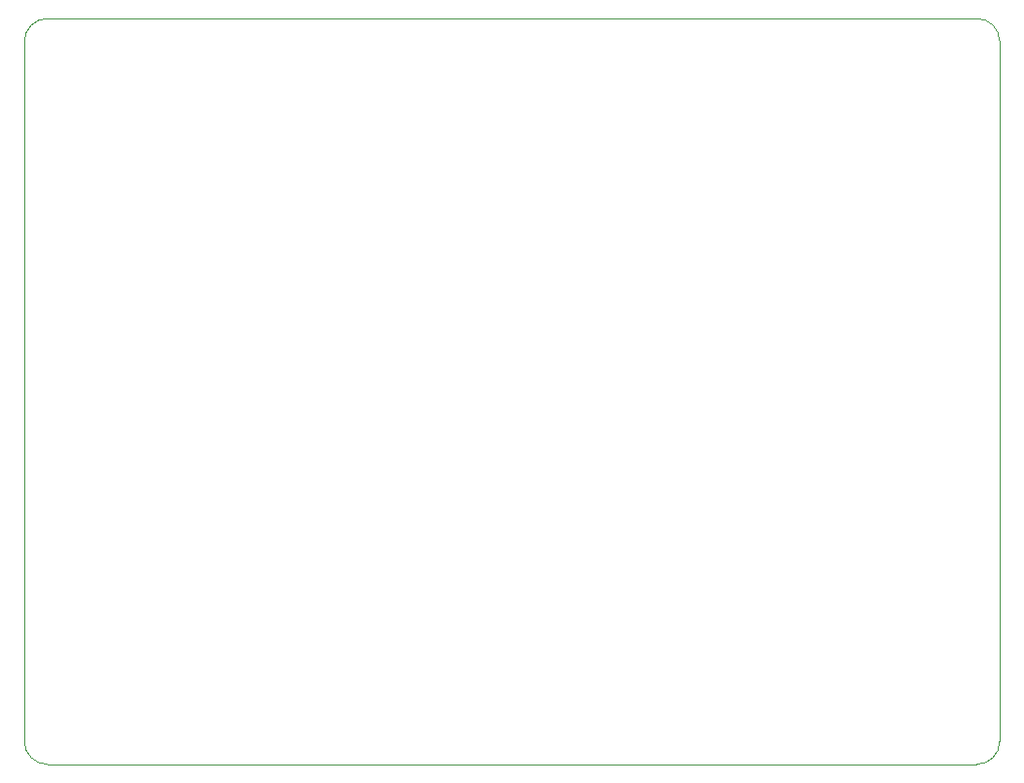
<source format=gbr>
G04 --- HEADER BEGIN --- *
G04 #@! TF.GenerationSoftware,LibrePCB,LibrePCB,1.0.0*
G04 #@! TF.CreationDate,2024-10-09T11:39:01*
G04 #@! TF.ProjectId,OSm Thermal,b11a65fa-6c4c-431c-8545-341aca355aaf,v1.11*
G04 #@! TF.Part,Single*
G04 #@! TF.SameCoordinates*
G04 #@! TF.FileFunction,Profile,NP*
%FSLAX66Y66*%
%MOMM*%
G01*
G75*
G04 --- HEADER END --- *
G04 --- APERTURE LIST BEGIN --- *
G04 #@! TA.AperFunction,Profile*
%ADD10C,0.001*%
G04 #@! TD*
G04 --- APERTURE LIST END --- *
G04 --- BOARD BEGIN --- *
D10*
X0Y-63000000D02*
G03*
X2000000Y-65000000I2000000J0D01*
G01*
X83000000Y-65000000D01*
G03*
X85000000Y-63000000I0J2000000D01*
G01*
X85000000Y-2000000D01*
G03*
X83000000Y0I-2000000J0D01*
G01*
X2000000Y0D01*
G03*
X0Y-2000000I0J-2000000D01*
G01*
X0Y-63000000D01*
G04 --- BOARD END --- *
G04 #@! TF.MD5,e4d84838b36461c0d4b4269b91864819*
M02*

</source>
